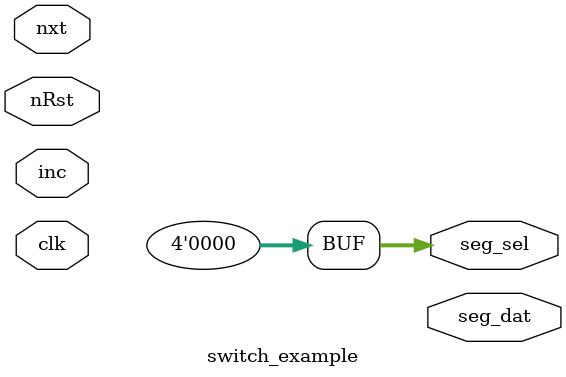
<source format=v>
`include "seg.v"
`include "debounce.v"

module switch_example(
    input clk,
    input nRst,
    input inc,
    input nxt,
    output [7:0] seg_dat,
    output wire [3:0] seg_sel
);
// 스위치가 open이면 1
// 스위치가 눌리면 0

wire inc_reg, inc_falling;
wire nxt_reg, nxt_falling;

wire [7:0] seg_dat_wire;
wire [7:0] seg_dat_wire1;
wire [7:0] seg_dat_wire2;
wire [7:0] seg_dat_wire3;
// inc_reg 가 chattering이 제거된 신호.
reg [3:0] curr_val, next_val;
reg [3:0] curr_val1, next_val1;
reg [3:0] curr_val2, next_val2;
reg [3:0] curr_val3, next_val3;
reg inc_reg2;
reg nxt_reg2;

bcd_to_7seg seg0( 
    .sin(curr_val),
    .seg(seg_dat_wire)
);
bcd_to_7seg seg1( 
    .sin(curr_val1),
    .seg(seg_dat_wire1)
);
bcd_to_7seg seg2( 
    .sin(curr_val2),
    .seg(seg_dat_wire2)
);
bcd_to_7seg seg3( 
    .sin(curr_val3),
    .seg(seg_dat_wire3)
);
debounce db0( 
    .clk (clk),
    .n_reset (nRst),
    .button_in (inc),
    .DB_out (inc_reg)
);
debounce db1( 
    .clk (clk),
    .n_reset (nRst),
    .button_in (nxt),
    .DB_out (nxt_reg)
);

assign seg_sel = 4'b0000;
assign inc_falling = ~inc_reg && inc_reg2;
assign nxt_falling = ~nxt_reg && nxt_reg2;
// 이전신호가 1이고 현재신호가 0이면 ~을해서 1이되니까 and를 취하면 이게 falling이 발생했다라는 의미


always @(posedge clk) begin

if (~nRst) begin
curr_val <= #1 4'h0;
curr_val1 <= #1 4'h0;
curr_val2 <= #1 4'h0;
curr_val3 <= #1 4'h0;
inc_reg2 <= #1 1'b0;
end 
else begin
curr_val <= #1 next_val;
curr_val1 <= #1 next_val1;
curr_val2 <= #1 next_val2;
curr_val3 <= #1 next_val3;
inc_reg2 <= #1 inc_reg;
// 리셋이 아니면 reg신호를 reg2에 넣음. debounce된 신호를 1사이클 동안 d플립플롭을 거치게만드는효과.
end

end


always @(*) begin

if (inc_falling) begin

next_val = curr_val + 1;
if (next_val >= 4'hA)
next_val = 4'h0;
end
else next_val = curr_val;

end

endmodule // switch_example
</source>
